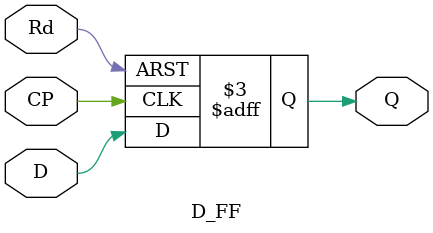
<source format=v>
module ripplecounter(Q0,Q1,Q2,Q3,CP, Rd); //Ripple counter
output Q0,Q1,Q2,Q3;
input CP, Rd;
D_FF FF0(Q0, ~Q0, CP, Rd);
D_FF FF1(Q1, ~Q1, Q0, Rd);
D_FF FF2(Q2, ~Q2, Q1, Rd);
D_FF FF3(Q3, ~Q3, Q2, Rd);
endmodule

module D_FF (Q,D,CP,Rd); //module D_FF with asynchronous reset
output Q;
input D,CP,Rd;
reg Q;
always @(posedge CP or negedge Rd)
if (~Rd) Q <= 1'b0;
else Q <= D;
endmodule
</source>
